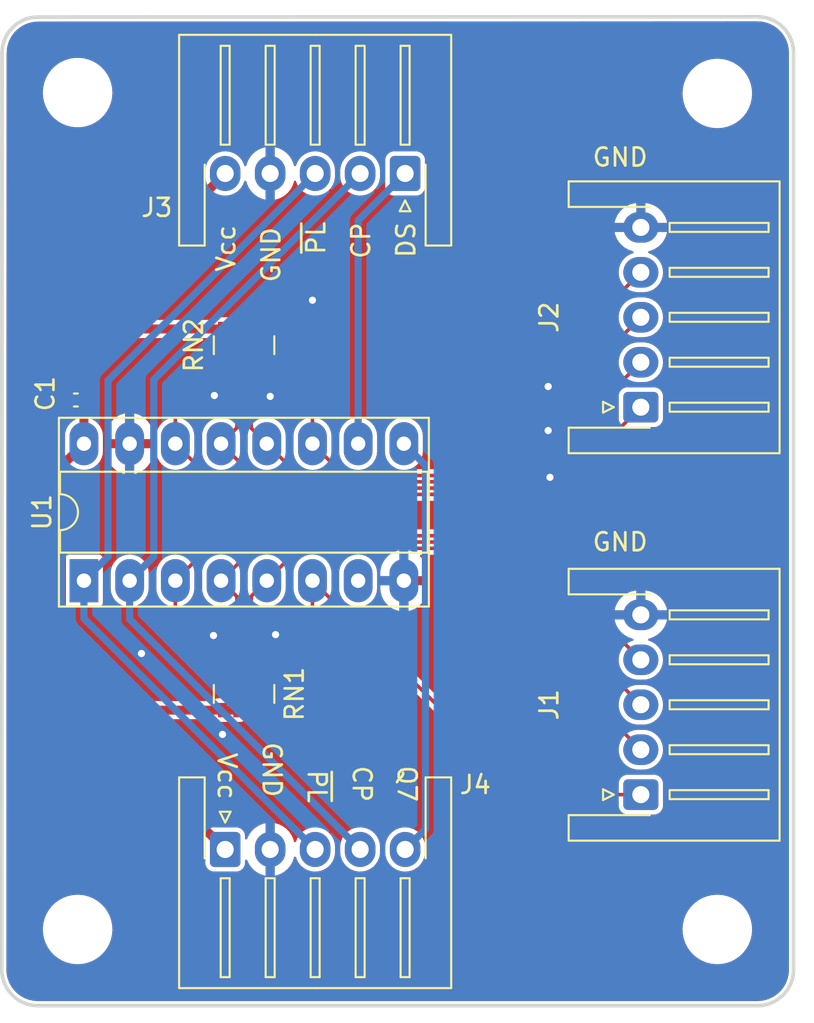
<source format=kicad_pcb>
(kicad_pcb (version 20221018) (generator pcbnew)
  (title_block (rev "1") (comment 1 "Licensed under CERN-OHL-W v2 or later"))
  (layers (0 "F.Cu" signal) (31 "B.Cu" signal) (34 "B.Paste" user) (35 "F.Paste" user) (36 "B.SilkS" user "B.Silkscreen") (37 "F.SilkS" user "F.Silkscreen") (38 "B.Mask" user) (39 "F.Mask" user) (44 "Edge.Cuts" user))
  (net 0 "")
  (net 1 "GND")
  (net 2 "+5V")
  (net 3 "DS")
  (net 4 "CP")
  (net 5 "~{PL}")
  (net 6 "Q7")
  (net 8 "Net-(RN1-Pad1)")
  (net 9 "Net-(RN1-Pad2)")
  (net 10 "Net-(RN1-Pad3)")
  (net 11 "Net-(RN1-Pad4)")
  (net 12 "Net-(RN2-Pad1)")
  (net 13 "Net-(RN2-Pad2)")
  (net 14 "Net-(RN2-Pad3)")
  (net 15 "Net-(RN2-Pad4)")
  (footprint "MountingHole:MountingHole_3.2mm_M3" (layer "F.Cu") (at 119.75 54.25)
    (fp_text reference "REF**" hide)
    (fp_text value "MountingHole_3.2mm_M3" hide)
    (pad "" np_thru_hole circle locked (at 0 0) (size 3.2 3.2) (drill 3.2) (layers "F&B.Cu" "*.Mask"))
  )
  (footprint "MountingHole:MountingHole_3.2mm_M3" (layer "F.Cu") (at 84.2 100.75)
    (fp_text reference "REF**" hide)
    (fp_text value "MountingHole_3.2mm_M3" hide)
    (pad "" np_thru_hole circle locked (at 0 0) (size 3.2 3.2) (drill 3.2) (layers "F&B.Cu" "*.Mask"))
  )
  (footprint "MountingHole:MountingHole_3.2mm_M3" (layer "F.Cu") (at 84.2 54.2)
    (fp_text reference "REF**" hide)
    (fp_text value "MountingHole_3.2mm_M3" hide)
    (pad "" np_thru_hole circle locked (at 0 0) (size 3.2 3.2) (drill 3.2) (layers "*.Cu" "*.Mask"))
  )
  (footprint "Resistor_SMD:R_Array_Convex_4x0603" (layer "F.Cu") (at 93.45 68.25 90)
    (fp_text reference "RN2" (at 0 -2.8 90) (layer "F.SilkS"))
    (fp_text value "10k")
    (fp_line (start 0.5 -1.68) (end -0.5 -1.68) (stroke (width 0.12)) (layer "F.SilkS"))
    (fp_line (start 0.5 1.68) (end -0.5 1.68) (stroke (width 0.12)) (layer "F.SilkS"))
    (pad "1" smd rect locked (at -0.9 -1.2 90) (size 0.8 0.5) (layers "F.Cu" "F.Paste" "F.Mask") (net 12 "Net-(RN2-Pad1)"))
    (pad "2" smd rect locked (at -0.9 -0.4 90) (size 0.8 0.4) (layers "F.Cu" "F.Paste" "F.Mask") (net 13 "Net-(RN2-Pad2)"))
    (pad "3" smd rect locked (at -0.9 0.4 90) (size 0.8 0.4) (layers "F.Cu" "F.Paste" "F.Mask") (net 14 "Net-(RN2-Pad3)"))
    (pad "4" smd rect locked (at -0.9 1.2 90) (size 0.8 0.5) (layers "F.Cu" "F.Paste" "F.Mask") (net 15 "Net-(RN2-Pad4)"))
    (pad "5" smd rect locked (at 0.9 1.2 90) (size 0.8 0.5) (layers "F.Cu" "F.Paste" "F.Mask") (net 2 "+5V"))
    (pad "6" smd rect locked (at 0.9 0.4 90) (size 0.8 0.4) (layers "F.Cu" "F.Paste" "F.Mask") (net 2 "+5V"))
    (pad "7" smd rect locked (at 0.9 -0.4 90) (size 0.8 0.4) (layers "F.Cu" "F.Paste" "F.Mask") (net 2 "+5V"))
    (pad "8" smd rect locked (at 0.9 -1.2 90) (size 0.8 0.5) (layers "F.Cu" "F.Paste" "F.Mask") (net 2 "+5V"))
  )
  (footprint "Connector_JST:JST_XH_S5B-XH-A-1_1x05_P2.50mm_Horizontal" (layer "F.Cu") (at 115.5 71.7 90)
    (fp_text reference "J2" (at 5 -5.1 90) (layer "F.SilkS"))
    (fp_text value "Conn_01x05_Male")
    (fp_line (start -2.56 -4.01) (end -1.14 -4.01) (stroke (width 0.12)) (layer "F.SilkS"))
    (fp_line (start -2.56 7.71) (end -2.56 -4.01) (stroke (width 0.12)) (layer "F.SilkS"))
    (fp_line (start -1.14 -4.01) (end -1.14 0.49) (stroke (width 0.12)) (layer "F.SilkS"))
    (fp_line (start -0.3 -2.1) (end 0.3 -2.1) (stroke (width 0.12)) (layer "F.SilkS"))
    (fp_line (start -0.25 1.6) (end -0.25 7.1) (stroke (width 0.12)) (layer "F.SilkS"))
    (fp_line (start -0.25 7.1) (end 0.25 7.1) (stroke (width 0.12)) (layer "F.SilkS"))
    (fp_line (start 0 -1.5) (end -0.3 -2.1) (stroke (width 0.12)) (layer "F.SilkS"))
    (fp_line (start 0.25 1.6) (end -0.25 1.6) (stroke (width 0.12)) (layer "F.SilkS"))
    (fp_line (start 0.25 7.1) (end 0.25 1.6) (stroke (width 0.12)) (layer "F.SilkS"))
    (fp_line (start 0.3 -2.1) (end 0 -1.5) (stroke (width 0.12)) (layer "F.SilkS"))
    (fp_line (start 2.25 1.6) (end 2.25 7.1) (stroke (width 0.12)) (layer "F.SilkS"))
    (fp_line (start 2.25 7.1) (end 2.75 7.1) (stroke (width 0.12)) (layer "F.SilkS"))
    (fp_line (start 2.75 1.6) (end 2.25 1.6) (stroke (width 0.12)) (layer "F.SilkS"))
    (fp_line (start 2.75 7.1) (end 2.75 1.6) (stroke (width 0.12)) (layer "F.SilkS"))
    (fp_line (start 4.75 1.6) (end 4.75 7.1) (stroke (width 0.12)) (layer "F.SilkS"))
    (fp_line (start 4.75 7.1) (end 5.25 7.1) (stroke (width 0.12)) (layer "F.SilkS"))
    (fp_line (start 5 7.71) (end -2.56 7.71) (stroke (width 0.12)) (layer "F.SilkS"))
    (fp_line (start 5 7.71) (end 12.56 7.71) (stroke (width 0.12)) (layer "F.SilkS"))
    (fp_line (start 5.25 1.6) (end 4.75 1.6) (stroke (width 0.12)) (layer "F.SilkS"))
    (fp_line (start 5.25 7.1) (end 5.25 1.6) (stroke (width 0.12)) (layer "F.SilkS"))
    (fp_line (start 7.25 1.6) (end 7.25 7.1) (stroke (width 0.12)) (layer "F.SilkS"))
    (fp_line (start 7.25 7.1) (end 7.75 7.1) (stroke (width 0.12)) (layer "F.SilkS"))
    (fp_line (start 7.75 1.6) (end 7.25 1.6) (stroke (width 0.12)) (layer "F.SilkS"))
    (fp_line (start 7.75 7.1) (end 7.75 1.6) (stroke (width 0.12)) (layer "F.SilkS"))
    (fp_line (start 9.75 1.6) (end 9.75 7.1) (stroke (width 0.12)) (layer "F.SilkS"))
    (fp_line (start 9.75 7.1) (end 10.25 7.1) (stroke (width 0.12)) (layer "F.SilkS"))
    (fp_line (start 10.25 1.6) (end 9.75 1.6) (stroke (width 0.12)) (layer "F.SilkS"))
    (fp_line (start 10.25 7.1) (end 10.25 1.6) (stroke (width 0.12)) (layer "F.SilkS"))
    (fp_line (start 11.14 -4.01) (end 11.14 0.49) (stroke (width 0.12)) (layer "F.SilkS"))
    (fp_line (start 12.56 -4.01) (end 11.14 -4.01) (stroke (width 0.12)) (layer "F.SilkS"))
    (fp_line (start 12.56 7.71) (end 12.56 -4.01) (stroke (width 0.12)) (layer "F.SilkS"))
    (pad "1" thru_hole roundrect locked (at 0 0 90) (size 1.7 1.95) (drill 0.95) (layers "*.Cu" "*.Mask") (roundrect_rratio 0.1470588235) (net 12 "Net-(RN2-Pad1)"))
    (pad "2" thru_hole oval locked (at 2.5 0 90) (size 1.7 1.95) (drill 0.95) (layers "*.Cu" "*.Mask") (net 13 "Net-(RN2-Pad2)"))
    (pad "3" thru_hole oval locked (at 5 0 90) (size 1.7 1.95) (drill 0.95) (layers "*.Cu" "*.Mask") (net 14 "Net-(RN2-Pad3)"))
    (pad "4" thru_hole oval locked (at 7.5 0 90) (size 1.7 1.95) (drill 0.95) (layers "*.Cu" "*.Mask") (net 15 "Net-(RN2-Pad4)"))
    (pad "5" thru_hole oval locked (at 10 0 90) (size 1.7 1.95) (drill 0.95) (layers "*.Cu" "*.Mask") (net 1 "GND"))
  )
  (footprint "Connector_JST:JST_XH_S5B-XH-A-1_1x05_P2.50mm_Horizontal" (layer "F.Cu") (at 92.4 96.3)
    (fp_text reference "J4" (at 13.9 -3.6) (layer "F.SilkS"))
    (fp_text value "DaisyChain_Out")
    (fp_line (start -2.56 -4.01) (end -1.14 -4.01) (stroke (width 0.12)) (layer "F.SilkS"))
    (fp_line (start -2.56 7.71) (end -2.56 -4.01) (stroke (width 0.12)) (layer "F.SilkS"))
    (fp_line (start -1.14 -4.01) (end -1.14 0.49) (stroke (width 0.12)) (layer "F.SilkS"))
    (fp_line (start -0.3 -2.1) (end 0.3 -2.1) (stroke (width 0.12)) (layer "F.SilkS"))
    (fp_line (start -0.25 1.6) (end -0.25 7.1) (stroke (width 0.12)) (layer "F.SilkS"))
    (fp_line (start -0.25 7.1) (end 0.25 7.1) (stroke (width 0.12)) (layer "F.SilkS"))
    (fp_line (start 0 -1.5) (end -0.3 -2.1) (stroke (width 0.12)) (layer "F.SilkS"))
    (fp_line (start 0.25 1.6) (end -0.25 1.6) (stroke (width 0.12)) (layer "F.SilkS"))
    (fp_line (start 0.25 7.1) (end 0.25 1.6) (stroke (width 0.12)) (layer "F.SilkS"))
    (fp_line (start 0.3 -2.1) (end 0 -1.5) (stroke (width 0.12)) (layer "F.SilkS"))
    (fp_line (start 2.25 1.6) (end 2.25 7.1) (stroke (width 0.12)) (layer "F.SilkS"))
    (fp_line (start 2.25 7.1) (end 2.75 7.1) (stroke (width 0.12)) (layer "F.SilkS"))
    (fp_line (start 2.75 1.6) (end 2.25 1.6) (stroke (width 0.12)) (layer "F.SilkS"))
    (fp_line (start 2.75 7.1) (end 2.75 1.6) (stroke (width 0.12)) (layer "F.SilkS"))
    (fp_line (start 4.75 1.6) (end 4.75 7.1) (stroke (width 0.12)) (layer "F.SilkS"))
    (fp_line (start 4.75 7.1) (end 5.25 7.1) (stroke (width 0.12)) (layer "F.SilkS"))
    (fp_line (start 5 7.71) (end -2.56 7.71) (stroke (width 0.12)) (layer "F.SilkS"))
    (fp_line (start 5 7.71) (end 12.56 7.71) (stroke (width 0.12)) (layer "F.SilkS"))
    (fp_line (start 5.25 1.6) (end 4.75 1.6) (stroke (width 0.12)) (layer "F.SilkS"))
    (fp_line (start 5.25 7.1) (end 5.25 1.6) (stroke (width 0.12)) (layer "F.SilkS"))
    (fp_line (start 7.25 1.6) (end 7.25 7.1) (stroke (width 0.12)) (layer "F.SilkS"))
    (fp_line (start 7.25 7.1) (end 7.75 7.1) (stroke (width 0.12)) (layer "F.SilkS"))
    (fp_line (start 7.75 1.6) (end 7.25 1.6) (stroke (width 0.12)) (layer "F.SilkS"))
    (fp_line (start 7.75 7.1) (end 7.75 1.6) (stroke (width 0.12)) (layer "F.SilkS"))
    (fp_line (start 9.75 1.6) (end 9.75 7.1) (stroke (width 0.12)) (layer "F.SilkS"))
    (fp_line (start 9.75 7.1) (end 10.25 7.1) (stroke (width 0.12)) (layer "F.SilkS"))
    (fp_line (start 10.25 1.6) (end 9.75 1.6) (stroke (width 0.12)) (layer "F.SilkS"))
    (fp_line (start 10.25 7.1) (end 10.25 1.6) (stroke (width 0.12)) (layer "F.SilkS"))
    (fp_line (start 11.14 -4.01) (end 11.14 0.49) (stroke (width 0.12)) (layer "F.SilkS"))
    (fp_line (start 12.56 -4.01) (end 11.14 -4.01) (stroke (width 0.12)) (layer "F.SilkS"))
    (fp_line (start 12.56 7.71) (end 12.56 -4.01) (stroke (width 0.12)) (layer "F.SilkS"))
    (pad "1" thru_hole roundrect locked (at 0 0) (size 1.7 1.95) (drill 0.95) (layers "*.Cu" "*.Mask") (roundrect_rratio 0.1470588235) (net 2 "+5V"))
    (pad "2" thru_hole oval locked (at 2.5 0) (size 1.7 1.95) (drill 0.95) (layers "*.Cu" "*.Mask") (net 1 "GND"))
    (pad "3" thru_hole oval locked (at 5 0) (size 1.7 1.95) (drill 0.95) (layers "*.Cu" "*.Mask") (net 5 "~{PL}"))
    (pad "4" thru_hole oval locked (at 7.5 0) (size 1.7 1.95) (drill 0.95) (layers "*.Cu" "*.Mask") (net 4 "CP"))
    (pad "5" thru_hole oval locked (at 10 0) (size 1.7 1.95) (drill 0.95) (layers "*.Cu" "*.Mask") (net 6 "Q7"))
  )
  (footprint "Capacitor_SMD:C_0402_1005Metric" (layer "F.Cu") (at 84.1 71.3)
    (fp_text reference "C1" (at -1.7 -0.35 270) (layer "F.SilkS"))
    (fp_text value "100nF")
    (fp_line (start -0.107836 -0.36) (end 0.107836 -0.36) (stroke (width 0.12)) (layer "F.SilkS"))
    (fp_line (start -0.107836 0.36) (end 0.107836 0.36) (stroke (width 0.12)) (layer "F.SilkS"))
    (pad "1" smd roundrect (at -0.48 0) (size 0.56 0.62) (layers "F.Cu" "F.Paste" "F.Mask") (net 1 "GND"))
    (pad "2" smd roundrect (at 0.48 0) (size 0.56 0.62) (layers "F.Cu" "F.Paste" "F.Mask") (net 2 "+5V"))
  )
  (footprint "Resistor_SMD:R_Array_Convex_4x0603" (layer "F.Cu") (at 93.45 87.65 -90)
    (fp_text reference "RN1" (at 0 -2.8 -270) (layer "F.SilkS"))
    (fp_text value "10k")
    (fp_line (start 0.5 -1.68) (end -0.5 -1.68) (stroke (width 0.12)) (layer "F.SilkS"))
    (fp_line (start 0.5 1.68) (end -0.5 1.68) (stroke (width 0.12)) (layer "F.SilkS"))
    (pad "1" smd rect locked (at -0.9 -1.2 270) (size 0.8 0.5) (layers "F.Cu" "F.Paste" "F.Mask") (net 8 "Net-(RN1-Pad1)"))
    (pad "2" smd rect locked (at -0.9 -0.4 270) (size 0.8 0.4) (layers "F.Cu" "F.Paste" "F.Mask") (net 9 "Net-(RN1-Pad2)"))
    (pad "3" smd rect locked (at -0.9 0.4 270) (size 0.8 0.4) (layers "F.Cu" "F.Paste" "F.Mask") (net 10 "Net-(RN1-Pad3)"))
    (pad "4" smd rect locked (at -0.9 1.2 270) (size 0.8 0.5) (layers "F.Cu" "F.Paste" "F.Mask") (net 11 "Net-(RN1-Pad4)"))
    (pad "5" smd rect locked (at 0.9 1.2 270) (size 0.8 0.5) (layers "F.Cu" "F.Paste" "F.Mask") (net 2 "+5V"))
    (pad "6" smd rect locked (at 0.9 0.4 270) (size 0.8 0.4) (layers "F.Cu" "F.Paste" "F.Mask") (net 2 "+5V"))
    (pad "7" smd rect locked (at 0.9 -0.4 270) (size 0.8 0.4) (layers "F.Cu" "F.Paste" "F.Mask") (net 2 "+5V"))
    (pad "8" smd rect locked (at 0.9 -1.2 270) (size 0.8 0.5) (layers "F.Cu" "F.Paste" "F.Mask") (net 2 "+5V"))
  )
  (footprint "Connector_JST:JST_XH_S5B-XH-A-1_1x05_P2.50mm_Horizontal" (layer "F.Cu") (at 115.5 93.25 90)
    (fp_text reference "J1" (at 5 -5.1 90) (layer "F.SilkS"))
    (fp_text value "Conn_01x05_Male")
    (fp_line (start -2.56 -4.01) (end -1.14 -4.01) (stroke (width 0.12)) (layer "F.SilkS"))
    (fp_line (start -2.56 7.71) (end -2.56 -4.01) (stroke (width 0.12)) (layer "F.SilkS"))
    (fp_line (start -1.14 -4.01) (end -1.14 0.49) (stroke (width 0.12)) (layer "F.SilkS"))
    (fp_line (start -0.3 -2.1) (end 0.3 -2.1) (stroke (width 0.12)) (layer "F.SilkS"))
    (fp_line (start -0.25 1.6) (end -0.25 7.1) (stroke (width 0.12)) (layer "F.SilkS"))
    (fp_line (start -0.25 7.1) (end 0.25 7.1) (stroke (width 0.12)) (layer "F.SilkS"))
    (fp_line (start 0 -1.5) (end -0.3 -2.1) (stroke (width 0.12)) (layer "F.SilkS"))
    (fp_line (start 0.25 1.6) (end -0.25 1.6) (stroke (width 0.12)) (layer "F.SilkS"))
    (fp_line (start 0.25 7.1) (end 0.25 1.6) (stroke (width 0.12)) (layer "F.SilkS"))
    (fp_line (start 0.3 -2.1) (end 0 -1.5) (stroke (width 0.12)) (layer "F.SilkS"))
    (fp_line (start 2.25 1.6) (end 2.25 7.1) (stroke (width 0.12)) (layer "F.SilkS"))
    (fp_line (start 2.25 7.1) (end 2.75 7.1) (stroke (width 0.12)) (layer "F.SilkS"))
    (fp_line (start 2.75 1.6) (end 2.25 1.6) (stroke (width 0.12)) (layer "F.SilkS"))
    (fp_line (start 2.75 7.1) (end 2.75 1.6) (stroke (width 0.12)) (layer "F.SilkS"))
    (fp_line (start 4.75 1.6) (end 4.75 7.1) (stroke (width 0.12)) (layer "F.SilkS"))
    (fp_line (start 4.75 7.1) (end 5.25 7.1) (stroke (width 0.12)) (layer "F.SilkS"))
    (fp_line (start 5 7.71) (end -2.56 7.71) (stroke (width 0.12)) (layer "F.SilkS"))
    (fp_line (start 5 7.71) (end 12.56 7.71) (stroke (width 0.12)) (layer "F.SilkS"))
    (fp_line (start 5.25 1.6) (end 4.75 1.6) (stroke (width 0.12)) (layer "F.SilkS"))
    (fp_line (start 5.25 7.1) (end 5.25 1.6) (stroke (width 0.12)) (layer "F.SilkS"))
    (fp_line (start 7.25 1.6) (end 7.25 7.1) (stroke (width 0.12)) (layer "F.SilkS"))
    (fp_line (start 7.25 7.1) (end 7.75 7.1) (stroke (width 0.12)) (layer "F.SilkS"))
    (fp_line (start 7.75 1.6) (end 7.25 1.6) (stroke (width 0.12)) (layer "F.SilkS"))
    (fp_line (start 7.75 7.1) (end 7.75 1.6) (stroke (width 0.12)) (layer "F.SilkS"))
    (fp_line (start 9.75 1.6) (end 9.75 7.1) (stroke (width 0.12)) (layer "F.SilkS"))
    (fp_line (start 9.75 7.1) (end 10.25 7.1) (stroke (width 0.12)) (layer "F.SilkS"))
    (fp_line (start 10.25 1.6) (end 9.75 1.6) (stroke (width 0.12)) (layer "F.SilkS"))
    (fp_line (start 10.25 7.1) (end 10.25 1.6) (stroke (width 0.12)) (layer "F.SilkS"))
    (fp_line (start 11.14 -4.01) (end 11.14 0.49) (stroke (width 0.12)) (layer "F.SilkS"))
    (fp_line (start 12.56 -4.01) (end 11.14 -4.01) (stroke (width 0.12)) (layer "F.SilkS"))
    (fp_line (start 12.56 7.71) (end 12.56 -4.01) (stroke (width 0.12)) (layer "F.SilkS"))
    (pad "1" thru_hole roundrect locked (at 0 0 90) (size 1.7 1.95) (drill 0.95) (layers "*.Cu" "*.Mask") (roundrect_rratio 0.1470588235) (net 8 "Net-(RN1-Pad1)"))
    (pad "2" thru_hole oval locked (at 2.5 0 90) (size 1.7 1.95) (drill 0.95) (layers "*.Cu" "*.Mask") (net 9 "Net-(RN1-Pad2)"))
    (pad "3" thru_hole oval locked (at 5 0 90) (size 1.7 1.95) (drill 0.95) (layers "*.Cu" "*.Mask") (net 10 "Net-(RN1-Pad3)"))
    (pad "4" thru_hole oval locked (at 7.5 0 90) (size 1.7 1.95) (drill 0.95) (layers "*.Cu" "*.Mask") (net 11 "Net-(RN1-Pad4)"))
    (pad "5" thru_hole oval locked (at 10 0 90) (size 1.7 1.95) (drill 0.95) (layers "*.Cu" "*.Mask") (net 1 "GND"))
  )
  (footprint "MountingHole:MountingHole_3.2mm_M3" (layer "F.Cu") (at 119.75 100.75)
    (fp_text reference "REF**" hide)
    (fp_text value "MountingHole_3.2mm_M3" hide)
    (pad "" np_thru_hole circle locked (at 0 0) (size 3.2 3.2) (drill 3.2) (layers "F&B.Cu" "*.Mask"))
  )
  (footprint "Connector_JST:JST_XH_S5B-XH-A-1_1x05_P2.50mm_Horizontal" (layer "F.Cu") (at 102.4 58.7 180)
    (fp_text reference "J3" (at 13.8 -1.9) (layer "F.SilkS"))
    (fp_text value "DaisyChain_In")
    (fp_line (start -2.56 -4.01) (end -1.14 -4.01) (stroke (width 0.12)) (layer "F.SilkS"))
    (fp_line (start -2.56 7.71) (end -2.56 -4.01) (stroke (width 0.12)) (layer "F.SilkS"))
    (fp_line (start -1.14 -4.01) (end -1.14 0.49) (stroke (width 0.12)) (layer "F.SilkS"))
    (fp_line (start -0.3 -2.1) (end 0.3 -2.1) (stroke (width 0.12)) (layer "F.SilkS"))
    (fp_line (start -0.25 1.6) (end -0.25 7.1) (stroke (width 0.12)) (layer "F.SilkS"))
    (fp_line (start -0.25 7.1) (end 0.25 7.1) (stroke (width 0.12)) (layer "F.SilkS"))
    (fp_line (start 0 -1.5) (end -0.3 -2.1) (stroke (width 0.12)) (layer "F.SilkS"))
    (fp_line (start 0.25 1.6) (end -0.25 1.6) (stroke (width 0.12)) (layer "F.SilkS"))
    (fp_line (start 0.25 7.1) (end 0.25 1.6) (stroke (width 0.12)) (layer "F.SilkS"))
    (fp_line (start 0.3 -2.1) (end 0 -1.5) (stroke (width 0.12)) (layer "F.SilkS"))
    (fp_line (start 2.25 1.6) (end 2.25 7.1) (stroke (width 0.12)) (layer "F.SilkS"))
    (fp_line (start 2.25 7.1) (end 2.75 7.1) (stroke (width 0.12)) (layer "F.SilkS"))
    (fp_line (start 2.75 1.6) (end 2.25 1.6) (stroke (width 0.12)) (layer "F.SilkS"))
    (fp_line (start 2.75 7.1) (end 2.75 1.6) (stroke (width 0.12)) (layer "F.SilkS"))
    (fp_line (start 4.75 1.6) (end 4.75 7.1) (stroke (width 0.12)) (layer "F.SilkS"))
    (fp_line (start 4.75 7.1) (end 5.25 7.1) (stroke (width 0.12)) (layer "F.SilkS"))
    (fp_line (start 5 7.71) (end -2.56 7.71) (stroke (width 0.12)) (layer "F.SilkS"))
    (fp_line (start 5 7.71) (end 12.56 7.71) (stroke (width 0.12)) (layer "F.SilkS"))
    (fp_line (start 5.25 1.6) (end 4.75 1.6) (stroke (width 0.12)) (layer "F.SilkS"))
    (fp_line (start 5.25 7.1) (end 5.25 1.6) (stroke (width 0.12)) (layer "F.SilkS"))
    (fp_line (start 7.25 1.6) (end 7.25 7.1) (stroke (width 0.12)) (layer "F.SilkS"))
    (fp_line (start 7.25 7.1) (end 7.75 7.1) (stroke (width 0.12)) (layer "F.SilkS"))
    (fp_line (start 7.75 1.6) (end 7.25 1.6) (stroke (width 0.12)) (layer "F.SilkS"))
    (fp_line (start 7.75 7.1) (end 7.75 1.6) (stroke (width 0.12)) (layer "F.SilkS"))
    (fp_line (start 9.75 1.6) (end 9.75 7.1) (stroke (width 0.12)) (layer "F.SilkS"))
    (fp_line (start 9.75 7.1) (end 10.25 7.1) (stroke (width 0.12)) (layer "F.SilkS"))
    (fp_line (start 10.25 1.6) (end 9.75 1.6) (stroke (width 0.12)) (layer "F.SilkS"))
    (fp_line (start 10.25 7.1) (end 10.25 1.6) (stroke (width 0.12)) (layer "F.SilkS"))
    (fp_line (start 11.14 -4.01) (end 11.14 0.49) (stroke (width 0.12)) (layer "F.SilkS"))
    (fp_line (start 12.56 -4.01) (end 11.14 -4.01) (stroke (width 0.12)) (layer "F.SilkS"))
    (fp_line (start 12.56 7.71) (end 12.56 -4.01) (stroke (width 0.12)) (layer "F.SilkS"))
    (pad "1" thru_hole roundrect locked (at 0 0 180) (size 1.7 1.95) (drill 0.95) (layers "*.Cu" "*.Mask") (roundrect_rratio 0.1470588235) (net 3 "DS"))
    (pad "2" thru_hole oval locked (at 2.5 0 180) (size 1.7 1.95) (drill 0.95) (layers "*.Cu" "*.Mask") (net 4 "CP"))
    (pad "3" thru_hole oval locked (at 5 0 180) (size 1.7 1.95) (drill 0.95) (layers "*.Cu" "*.Mask") (net 5 "~{PL}"))
    (pad "4" thru_hole oval locked (at 7.5 0 180) (size 1.7 1.95) (drill 0.95) (layers "*.Cu" "*.Mask") (net 1 "GND"))
    (pad "5" thru_hole oval locked (at 10 0 180) (size 1.7 1.95) (drill 0.95) (layers "*.Cu" "*.Mask") (net 2 "+5V"))
  )
  (footprint "Package_DIP:DIP-16_W7.62mm_Socket_LongPads" (layer "F.Cu") (at 84.55 81.35 90)
    (fp_text reference "U1" (at 3.81 -2.33 90) (layer "F.SilkS"))
    (fp_text value "74HC165")
    (fp_line (start -1.44 -1.39) (end -1.44 19.17) (stroke (width 0.12)) (layer "F.SilkS"))
    (fp_line (start -1.44 19.17) (end 9.06 19.17) (stroke (width 0.12)) (layer "F.SilkS"))
    (fp_line (start 1.56 -1.33) (end 1.56 19.11) (stroke (width 0.12)) (layer "F.SilkS"))
    (fp_line (start 1.56 19.11) (end 6.06 19.11) (stroke (width 0.12)) (layer "F.SilkS"))
    (fp_line (start 2.81 -1.33) (end 1.56 -1.33) (stroke (width 0.12)) (layer "F.SilkS"))
    (fp_line (start 6.06 -1.33) (end 4.81 -1.33) (stroke (width 0.12)) (layer "F.SilkS"))
    (fp_line (start 6.06 19.11) (end 6.06 -1.33) (stroke (width 0.12)) (layer "F.SilkS"))
    (fp_line (start 9.06 -1.39) (end -1.44 -1.39) (stroke (width 0.12)) (layer "F.SilkS"))
    (fp_line (start 9.06 19.17) (end 9.06 -1.39) (stroke (width 0.12)) (layer "F.SilkS"))
    (fp_arc (start 4.81 -1.33) (mid 3.81 -0.33) (end 2.81 -1.33) (stroke (width 0.12)) (layer "F.SilkS"))
    (pad "1" thru_hole rect locked (at 0 0 90) (size 2.4 1.6) (drill 0.8) (layers "*.Cu" "*.Mask") (net 5 "~{PL}"))
    (pad "2" thru_hole oval locked (at 0 2.54 90) (size 2.4 1.6) (drill 0.8) (layers "*.Cu" "*.Mask") (net 4 "CP"))
    (pad "3" thru_hole oval locked (at 0 5.08 90) (size 2.4 1.6) (drill 0.8) (layers "*.Cu" "*.Mask") (net 11 "Net-(RN1-Pad4)"))
    (pad "4" thru_hole oval locked (at 0 7.62 90) (size 2.4 1.6) (drill 0.8) (layers "*.Cu" "*.Mask") (net 10 "Net-(RN1-Pad3)"))
    (pad "5" thru_hole oval locked (at 0 10.16 90) (size 2.4 1.6) (drill 0.8) (layers "*.Cu" "*.Mask") (net 9 "Net-(RN1-Pad2)"))
    (pad "6" thru_hole oval locked (at 0 12.7 90) (size 2.4 1.6) (drill 0.8) (layers "*.Cu" "*.Mask") (net 8 "Net-(RN1-Pad1)"))
    (pad "7" thru_hole oval locked (at 0 15.24 90) (size 2.4 1.6) (drill 0.8) (layers "*.Cu" "*.Mask"))
    (pad "8" thru_hole oval locked (at 0 17.78 90) (size 2.4 1.6) (drill 0.8) (layers "*.Cu" "*.Mask") (net 1 "GND"))
    (pad "9" thru_hole oval locked (at 7.62 17.78 90) (size 2.4 1.6) (drill 0.8) (layers "*.Cu" "*.Mask") (net 6 "Q7"))
    (pad "10" thru_hole oval locked (at 7.62 15.24 90) (size 2.4 1.6) (drill 0.8) (layers "*.Cu" "*.Mask") (net 3 "DS"))
    (pad "11" thru_hole oval locked (at 7.62 12.7 90) (size 2.4 1.6) (drill 0.8) (layers "*.Cu" "*.Mask") (net 15 "Net-(RN2-Pad4)"))
    (pad "12" thru_hole oval locked (at 7.62 10.16 90) (size 2.4 1.6) (drill 0.8) (layers "*.Cu" "*.Mask") (net 14 "Net-(RN2-Pad3)"))
    (pad "13" thru_hole oval locked (at 7.62 7.62 90) (size 2.4 1.6) (drill 0.8) (layers "*.Cu" "*.Mask") (net 13 "Net-(RN2-Pad2)"))
    (pad "14" thru_hole oval locked (at 7.62 5.08 90) (size 2.4 1.6) (drill 0.8) (layers "*.Cu" "*.Mask") (net 12 "Net-(RN2-Pad1)"))
    (pad "15" thru_hole oval locked (at 7.62 2.54 90) (size 2.4 1.6) (drill 0.8) (layers "*.Cu" "*.Mask") (net 1 "GND"))
    (pad "16" thru_hole oval locked (at 7.62 0 90) (size 2.4 1.6) (drill 0.8) (layers "*.Cu" "*.Mask") (net 2 "+5V"))
  )
  (gr_arc locked (start 81.985786 104.985786) (mid 80.571572 104.4) (end 79.985786 102.985786) (stroke (width 0.2)) (layer "Edge.Cuts"))
  (gr_line locked (start 79.985786 102.985786) (end 80 52) (stroke (width 0.2)) (layer "Edge.Cuts"))
  (gr_arc locked (start 80 52) (mid 80.585786 50.585786) (end 82 50) (stroke (width 0.2)) (layer "Edge.Cuts"))
  (gr_line locked (start 82 50) (end 121.985786 49.985786) (stroke (width 0.2)) (layer "Edge.Cuts"))
  (gr_line locked (start 123.985786 102.985786) (end 123.985786 51.985786) (stroke (width 0.2)) (layer "Edge.Cuts"))
  (gr_arc locked (start 121.985786 49.985786) (mid 123.4 50.571572) (end 123.985786 51.985786) (stroke (width 0.2)) (layer "Edge.Cuts"))
  (gr_line locked (start 81.985786 104.985786) (end 121.985786 104.985786) (stroke (width 0.2)) (layer "Edge.Cuts"))
  (gr_arc locked (start 123.985786 102.985786) (mid 123.4 104.4) (end 121.985786 104.985786) (stroke (width 0.2)) (layer "Edge.Cuts"))
  (gr_text "DS" (at 102.45 62.4 90) (layer "F.SilkS") (effects (font (size 1 1))))
  (gr_text "Q7" (at 102.5 92.65 270) (layer "F.SilkS") (effects (font (size 1 1))))
  (gr_text "CP" (at 100 92.65 270) (layer "F.SilkS") (effects (font (size 1 1))))
  (gr_text "CP" (at 99.95 62.435714 90) (layer "F.SilkS") (effects (font (size 1 1))))
  (gr_text "GND" (at 114.35 57.8) (layer "F.SilkS") (effects (font (size 1 1))))
  (gr_text "GND" (at 95 91.864285 270) (layer "F.SilkS") (effects (font (size 1 1))))
  (gr_text "Vcc" (at 92.45 62.864286 90) (layer "F.SilkS") (effects (font (size 1 1))))
  (gr_text "Vcc" (at 92.5 92.221428 270) (layer "F.SilkS") (effects (font (size 1 1))))
  (gr_text "~{PL}" (at 97.5 92.792857 270) (layer "F.SilkS") (effects (font (size 1 1))))
  (gr_text "~{PL}" (at 97.45 62.292857 90) (layer "F.SilkS") (effects (font (size 1 1))))
  (gr_text "GND" (at 94.95 63.221429 90) (layer "F.SilkS") (effects (font (size 1 1))))
  (gr_text "GND" (at 114.35 79.2) (layer "F.SilkS") (effects (font (size 1 1))))
  (via (at 94.9 71.1) (size 0.8) (drill 0.4) (layers "F.Cu" "B.Cu") (net 1))
  (via (at 110.35 73) (size 0.8) (drill 0.4) (layers "F.Cu" "B.Cu") (net 1))
  (via (at 110.35 70.55) (size 0.8) (drill 0.4) (layers "F.Cu" "B.Cu") (net 1))
  (via (at 110.45 75.6) (size 0.8) (drill 0.4) (layers "F.Cu" "B.Cu") (net 1))
  (via (at 92.25 89.9) (size 0.8) (drill 0.4) (layers "F.Cu" "B.Cu") (net 1))
  (via (at 87.75 85.4) (size 0.8) (drill 0.4) (layers "F.Cu" "B.Cu") (net 1))
  (via (at 91.8 71.05) (size 0.8) (drill 0.4) (layers "F.Cu" "B.Cu") (net 1))
  (via (at 95.2 84.35) (size 0.8) (drill 0.4) (layers "F.Cu" "B.Cu") (net 1))
  (via (at 97.25 65.75) (size 0.8) (drill 0.4) (layers "F.Cu" "B.Cu") (net 1))
  (via (at 91.75 84.4) (size 0.8) (drill 0.4) (layers "F.Cu" "B.Cu") (net 1))
  (segment (start 92.4 58.7) (end 87.075 64.025) (width 0.5) (layer "F.Cu") (net 2))
  (segment (start 92.4 96.3) (end 83.3 87.2) (width 0.5) (layer "F.Cu") (net 2))
  (segment (start 84.58 66.54) (end 84.58 71.3) (width 0.5) (layer "F.Cu") (net 2))
  (segment (start 84.55 73.73) (end 84.55 71.33) (width 0.5) (layer "F.Cu") (net 2))
  (segment (start 83.3 84.35) (end 83.3 74.98) (width 0.5) (layer "F.Cu") (net 2))
  (segment (start 87.2 67.35) (end 86.65 66.8) (width 0.5) (layer "F.Cu") (net 2))
  (segment (start 94.65 88.55) (end 87.5 88.55) (width 0.5) (layer "F.Cu") (net 2))
  (segment (start 94.65 67.35) (end 87.2 67.35) (width 0.5) (layer "F.Cu") (net 2))
  (segment (start 87.5 88.55) (end 83.3 84.35) (width 0.5) (layer "F.Cu") (net 2))
  (segment (start 84.55 71.33) (end 84.58 71.3) (width 0.5) (layer "F.Cu") (net 2))
  (segment (start 86.65 64.45) (end 87.075 64.025) (width 0.5) (layer "F.Cu") (net 2))
  (segment (start 84.57 66.53) (end 84.58 66.54) (width 0.5) (layer "F.Cu") (net 2))
  (segment (start 83.3 74.98) (end 84.55 73.73) (width 0.5) (layer "F.Cu") (net 2))
  (segment (start 87.075 64.025) (end 84.57 66.53) (width 0.5) (layer "F.Cu") (net 2))
  (segment (start 86.65 66.8) (end 86.65 64.45) (width 0.5) (layer "F.Cu") (net 2))
  (segment (start 83.3 87.2) (end 83.3 84.35) (width 0.5) (layer "F.Cu") (net 2))
  (segment (start 99.79 61.31) (end 99.79 73.73) (width 0.4) (layer "B.Cu") (net 3))
  (segment (start 102.4 58.7) (end 99.79 61.31) (width 0.4) (layer "B.Cu") (net 3))
  (segment (start 99.9 58.7) (end 88.43 70.17) (width 0.4) (layer "B.Cu") (net 4))
  (segment (start 87.09 83.49) (end 87.09 81.35) (width 0.4) (layer "B.Cu") (net 4))
  (segment (start 88.43 70.17) (end 88.43 80.01) (width 0.4) (layer "B.Cu") (net 4))
  (segment (start 88.43 80.01) (end 87.09 81.35) (width 0.4) (layer "B.Cu") (net 4))
  (segment (start 99.9 96.3) (end 87.09 83.49) (width 0.4) (layer "B.Cu") (net 4))
  (segment (start 84.55 83.45) (end 84.55 81.35) (width 0.4) (layer "B.Cu") (net 5))
  (segment (start 85.89 80.01) (end 84.55 81.35) (width 0.4) (layer "B.Cu") (net 5))
  (segment (start 97.4 96.3) (end 84.55 83.45) (width 0.4) (layer "B.Cu") (net 5))
  (segment (start 85.89 70.21) (end 85.89 80.01) (width 0.4) (layer "B.Cu") (net 5))
  (segment (start 97.4 58.7) (end 85.89 70.21) (width 0.4) (layer "B.Cu") (net 5))
  (segment (start 103.53 74.93) (end 103.53 95.17) (width 0.4) (layer "B.Cu") (net 6))
  (segment (start 102.33 73.73) (end 103.53 74.93) (width 0.4) (layer "B.Cu") (net 6))
  (segment (start 103.53 95.17) (end 102.4 96.3) (width 0.4) (layer "B.Cu") (net 6))
  (segment (start 94.65 86.75) (end 97.25 84.15) (width 0.2) (layer "F.Cu") (net 8))
  (segment (start 97.25 84.15) (end 97.25 81.35) (width 0.2) (layer "F.Cu") (net 8))
  (segment (start 109.15 93.25) (end 97.25 81.35) (width 0.2) (layer "F.Cu") (net 8))
  (segment (start 115.5 93.25) (end 109.15 93.25) (width 0.2) (layer "F.Cu") (net 8))
  (segment (start 104.3 79.55) (end 96.51 79.55) (width 0.2) (layer "F.Cu") (net 9))
  (segment (start 115.5 90.75) (end 104.3 79.55) (width 0.2) (layer "F.Cu") (net 9))
  (segment (start 93.85 82.21) (end 94.71 81.35) (width 0.2) (layer "F.Cu") (net 9))
  (segment (start 93.85 86.75) (end 93.85 82.21) (width 0.2) (layer "F.Cu") (net 9))
  (segment (start 96.51 79.55) (end 94.71 81.35) (width 0.2) (layer "F.Cu") (net 9))
  (segment (start 94.32 79.2) (end 92.17 81.35) (width 0.2) (layer "F.Cu") (net 10))
  (segment (start 115.5 88.25) (end 106.45 79.2) (width 0.2) (layer "F.Cu") (net 10))
  (segment (start 106.45 79.2) (end 94.32 79.2) (width 0.2) (layer "F.Cu") (net 10))
  (segment (start 93.05 86.75) (end 93.05 82.23) (width 0.2) (layer "F.Cu") (net 10))
  (segment (start 93.05 82.23) (end 92.17 81.35) (width 0.2) (layer "F.Cu") (net 10))
  (segment (start 115.5 85.75) (end 108.6 78.85) (width 0.2) (layer "F.Cu") (net 11))
  (segment (start 92.13 78.85) (end 89.63 81.35) (width 0.2) (layer "F.Cu") (net 11))
  (segment (start 92.25 86.75) (end 89.63 84.13) (width 0.2) (layer "F.Cu") (net 11))
  (segment (start 89.63 84.13) (end 89.63 81.35) (width 0.2) (layer "F.Cu") (net 11))
  (segment (start 108.6 78.85) (end 92.13 78.85) (width 0.2) (layer "F.Cu") (net 11))
  (segment (start 89.63 71.77) (end 89.63 73.73) (width 0.2) (layer "F.Cu") (net 12))
  (segment (start 92.25 69.15) (end 89.63 71.77) (width 0.2) (layer "F.Cu") (net 12))
  (segment (start 92.45 76.55) (end 110.65 76.55) (width 0.2) (layer "F.Cu") (net 12))
  (segment (start 89.63 73.73) (end 92.45 76.55) (width 0.2) (layer "F.Cu") (net 12))
  (segment (start 110.65 76.55) (end 115.5 71.7) (width 0.2) (layer "F.Cu") (net 12))
  (segment (start 94.64 76.2) (end 108.5 76.2) (width 0.2) (layer "F.Cu") (net 13))
  (segment (start 108.5 76.2) (end 115.5 69.2) (width 0.2) (layer "F.Cu") (net 13))
  (segment (start 93.05 69.15) (end 93.05 72.85) (width 0.2) (layer "F.Cu") (net 13))
  (segment (start 93.05 72.85) (end 92.17 73.73) (width 0.2) (layer "F.Cu") (net 13))
  (segment (start 92.17 73.73) (end 94.64 76.2) (width 0.2) (layer "F.Cu") (net 13))
  (segment (start 106.35 75.85) (end 96.83 75.85) (width 0.2) (layer "F.Cu") (net 14))
  (segment (start 115.5 66.7) (end 106.35 75.85) (width 0.2) (layer "F.Cu") (net 14))
  (segment (start 93.85 69.15) (end 93.85 72.87) (width 0.2) (layer "F.Cu") (net 14))
  (segment (start 96.83 75.85) (end 94.71 73.73) (width 0.2) (layer "F.Cu") (net 14))
  (segment (start 93.85 72.87) (end 94.71 73.73) (width 0.2) (layer "F.Cu") (net 14))
  (segment (start 97.25 71.75) (end 97.25 73.73) (width 0.2) (layer "F.Cu") (net 15))
  (segment (start 94.65 69.15) (end 97.25 71.75) (width 0.2) (layer "F.Cu") (net 15))
  (segment (start 115.5 64.2) (end 104.2 75.5) (width 0.2) (layer "F.Cu") (net 15))
  (segment (start 104.2 75.5) (end 99.02 75.5) (width 0.2) (layer "F.Cu") (net 15))
  (segment (start 99.02 75.5) (end 97.25 73.73) (width 0.2) (layer "F.Cu") (net 15))
  (zone (net 1) (net_name "GND") (layers "F&B.Cu") (name "GND") (connect_pads (clearance 0.254)) (min_thickness 0.127) (fill yes (thermal_gap 0.508) (thermal_bridge_width 0.508))
    (polygon (pts (xy 124.1 49.9) (xy 124.1 105.1) (xy 79.9 105.1) (xy 79.9 49.9)))
  )
)
</source>
